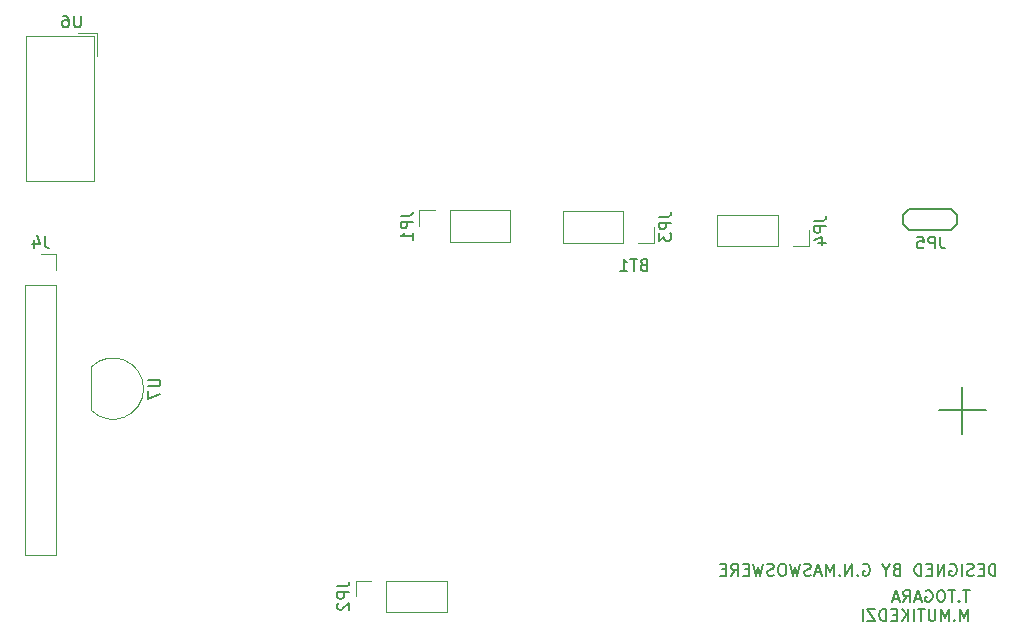
<source format=gbr>
%TF.GenerationSoftware,KiCad,Pcbnew,6.0.4-6f826c9f35~116~ubuntu21.10.1*%
%TF.CreationDate,2022-04-08T15:22:27+02:00*%
%TF.ProjectId,main,6d61696e-2e6b-4696-9361-645f70636258,rev?*%
%TF.SameCoordinates,Original*%
%TF.FileFunction,Legend,Bot*%
%TF.FilePolarity,Positive*%
%FSLAX46Y46*%
G04 Gerber Fmt 4.6, Leading zero omitted, Abs format (unit mm)*
G04 Created by KiCad (PCBNEW 6.0.4-6f826c9f35~116~ubuntu21.10.1) date 2022-04-08 15:22:27*
%MOMM*%
%LPD*%
G01*
G04 APERTURE LIST*
%ADD10C,0.150000*%
%ADD11C,0.120000*%
%ADD12C,0.200000*%
G04 APERTURE END LIST*
D10*
X168863690Y-110892380D02*
X168863690Y-109892380D01*
X168625595Y-109892380D01*
X168482738Y-109940000D01*
X168387500Y-110035238D01*
X168339880Y-110130476D01*
X168292261Y-110320952D01*
X168292261Y-110463809D01*
X168339880Y-110654285D01*
X168387500Y-110749523D01*
X168482738Y-110844761D01*
X168625595Y-110892380D01*
X168863690Y-110892380D01*
X167863690Y-110368571D02*
X167530357Y-110368571D01*
X167387500Y-110892380D02*
X167863690Y-110892380D01*
X167863690Y-109892380D01*
X167387500Y-109892380D01*
X167006547Y-110844761D02*
X166863690Y-110892380D01*
X166625595Y-110892380D01*
X166530357Y-110844761D01*
X166482738Y-110797142D01*
X166435119Y-110701904D01*
X166435119Y-110606666D01*
X166482738Y-110511428D01*
X166530357Y-110463809D01*
X166625595Y-110416190D01*
X166816071Y-110368571D01*
X166911309Y-110320952D01*
X166958928Y-110273333D01*
X167006547Y-110178095D01*
X167006547Y-110082857D01*
X166958928Y-109987619D01*
X166911309Y-109940000D01*
X166816071Y-109892380D01*
X166577976Y-109892380D01*
X166435119Y-109940000D01*
X166006547Y-110892380D02*
X166006547Y-109892380D01*
X165006547Y-109940000D02*
X165101785Y-109892380D01*
X165244642Y-109892380D01*
X165387500Y-109940000D01*
X165482738Y-110035238D01*
X165530357Y-110130476D01*
X165577976Y-110320952D01*
X165577976Y-110463809D01*
X165530357Y-110654285D01*
X165482738Y-110749523D01*
X165387500Y-110844761D01*
X165244642Y-110892380D01*
X165149404Y-110892380D01*
X165006547Y-110844761D01*
X164958928Y-110797142D01*
X164958928Y-110463809D01*
X165149404Y-110463809D01*
X164530357Y-110892380D02*
X164530357Y-109892380D01*
X163958928Y-110892380D01*
X163958928Y-109892380D01*
X163482738Y-110368571D02*
X163149404Y-110368571D01*
X163006547Y-110892380D02*
X163482738Y-110892380D01*
X163482738Y-109892380D01*
X163006547Y-109892380D01*
X162577976Y-110892380D02*
X162577976Y-109892380D01*
X162339880Y-109892380D01*
X162197023Y-109940000D01*
X162101785Y-110035238D01*
X162054166Y-110130476D01*
X162006547Y-110320952D01*
X162006547Y-110463809D01*
X162054166Y-110654285D01*
X162101785Y-110749523D01*
X162197023Y-110844761D01*
X162339880Y-110892380D01*
X162577976Y-110892380D01*
X160482738Y-110368571D02*
X160339880Y-110416190D01*
X160292261Y-110463809D01*
X160244642Y-110559047D01*
X160244642Y-110701904D01*
X160292261Y-110797142D01*
X160339880Y-110844761D01*
X160435119Y-110892380D01*
X160816071Y-110892380D01*
X160816071Y-109892380D01*
X160482738Y-109892380D01*
X160387500Y-109940000D01*
X160339880Y-109987619D01*
X160292261Y-110082857D01*
X160292261Y-110178095D01*
X160339880Y-110273333D01*
X160387500Y-110320952D01*
X160482738Y-110368571D01*
X160816071Y-110368571D01*
X159625595Y-110416190D02*
X159625595Y-110892380D01*
X159958928Y-109892380D02*
X159625595Y-110416190D01*
X159292261Y-109892380D01*
X157673214Y-109940000D02*
X157768452Y-109892380D01*
X157911309Y-109892380D01*
X158054166Y-109940000D01*
X158149404Y-110035238D01*
X158197023Y-110130476D01*
X158244642Y-110320952D01*
X158244642Y-110463809D01*
X158197023Y-110654285D01*
X158149404Y-110749523D01*
X158054166Y-110844761D01*
X157911309Y-110892380D01*
X157816071Y-110892380D01*
X157673214Y-110844761D01*
X157625595Y-110797142D01*
X157625595Y-110463809D01*
X157816071Y-110463809D01*
X157197023Y-110797142D02*
X157149404Y-110844761D01*
X157197023Y-110892380D01*
X157244642Y-110844761D01*
X157197023Y-110797142D01*
X157197023Y-110892380D01*
X156720833Y-110892380D02*
X156720833Y-109892380D01*
X156149404Y-110892380D01*
X156149404Y-109892380D01*
X155673214Y-110797142D02*
X155625595Y-110844761D01*
X155673214Y-110892380D01*
X155720833Y-110844761D01*
X155673214Y-110797142D01*
X155673214Y-110892380D01*
X155197023Y-110892380D02*
X155197023Y-109892380D01*
X154863690Y-110606666D01*
X154530357Y-109892380D01*
X154530357Y-110892380D01*
X154101785Y-110606666D02*
X153625595Y-110606666D01*
X154197023Y-110892380D02*
X153863690Y-109892380D01*
X153530357Y-110892380D01*
X153244642Y-110844761D02*
X153101785Y-110892380D01*
X152863690Y-110892380D01*
X152768452Y-110844761D01*
X152720833Y-110797142D01*
X152673214Y-110701904D01*
X152673214Y-110606666D01*
X152720833Y-110511428D01*
X152768452Y-110463809D01*
X152863690Y-110416190D01*
X153054166Y-110368571D01*
X153149404Y-110320952D01*
X153197023Y-110273333D01*
X153244642Y-110178095D01*
X153244642Y-110082857D01*
X153197023Y-109987619D01*
X153149404Y-109940000D01*
X153054166Y-109892380D01*
X152816071Y-109892380D01*
X152673214Y-109940000D01*
X152339880Y-109892380D02*
X152101785Y-110892380D01*
X151911309Y-110178095D01*
X151720833Y-110892380D01*
X151482738Y-109892380D01*
X150911309Y-109892380D02*
X150720833Y-109892380D01*
X150625595Y-109940000D01*
X150530357Y-110035238D01*
X150482738Y-110225714D01*
X150482738Y-110559047D01*
X150530357Y-110749523D01*
X150625595Y-110844761D01*
X150720833Y-110892380D01*
X150911309Y-110892380D01*
X151006547Y-110844761D01*
X151101785Y-110749523D01*
X151149404Y-110559047D01*
X151149404Y-110225714D01*
X151101785Y-110035238D01*
X151006547Y-109940000D01*
X150911309Y-109892380D01*
X150101785Y-110844761D02*
X149958928Y-110892380D01*
X149720833Y-110892380D01*
X149625595Y-110844761D01*
X149577976Y-110797142D01*
X149530357Y-110701904D01*
X149530357Y-110606666D01*
X149577976Y-110511428D01*
X149625595Y-110463809D01*
X149720833Y-110416190D01*
X149911309Y-110368571D01*
X150006547Y-110320952D01*
X150054166Y-110273333D01*
X150101785Y-110178095D01*
X150101785Y-110082857D01*
X150054166Y-109987619D01*
X150006547Y-109940000D01*
X149911309Y-109892380D01*
X149673214Y-109892380D01*
X149530357Y-109940000D01*
X149197023Y-109892380D02*
X148958928Y-110892380D01*
X148768452Y-110178095D01*
X148577976Y-110892380D01*
X148339880Y-109892380D01*
X147958928Y-110368571D02*
X147625595Y-110368571D01*
X147482738Y-110892380D02*
X147958928Y-110892380D01*
X147958928Y-109892380D01*
X147482738Y-109892380D01*
X146482738Y-110892380D02*
X146816071Y-110416190D01*
X147054166Y-110892380D02*
X147054166Y-109892380D01*
X146673214Y-109892380D01*
X146577976Y-109940000D01*
X146530357Y-109987619D01*
X146482738Y-110082857D01*
X146482738Y-110225714D01*
X146530357Y-110320952D01*
X146577976Y-110368571D01*
X146673214Y-110416190D01*
X147054166Y-110416190D01*
X146054166Y-110368571D02*
X145720833Y-110368571D01*
X145577976Y-110892380D02*
X146054166Y-110892380D01*
X146054166Y-109892380D01*
X145577976Y-109892380D01*
X166677261Y-112117380D02*
X166105833Y-112117380D01*
X166391547Y-113117380D02*
X166391547Y-112117380D01*
X165772500Y-113022142D02*
X165724880Y-113069761D01*
X165772500Y-113117380D01*
X165820119Y-113069761D01*
X165772500Y-113022142D01*
X165772500Y-113117380D01*
X165439166Y-112117380D02*
X164867738Y-112117380D01*
X165153452Y-113117380D02*
X165153452Y-112117380D01*
X164343928Y-112117380D02*
X164153452Y-112117380D01*
X164058214Y-112165000D01*
X163962976Y-112260238D01*
X163915357Y-112450714D01*
X163915357Y-112784047D01*
X163962976Y-112974523D01*
X164058214Y-113069761D01*
X164153452Y-113117380D01*
X164343928Y-113117380D01*
X164439166Y-113069761D01*
X164534404Y-112974523D01*
X164582023Y-112784047D01*
X164582023Y-112450714D01*
X164534404Y-112260238D01*
X164439166Y-112165000D01*
X164343928Y-112117380D01*
X162962976Y-112165000D02*
X163058214Y-112117380D01*
X163201071Y-112117380D01*
X163343928Y-112165000D01*
X163439166Y-112260238D01*
X163486785Y-112355476D01*
X163534404Y-112545952D01*
X163534404Y-112688809D01*
X163486785Y-112879285D01*
X163439166Y-112974523D01*
X163343928Y-113069761D01*
X163201071Y-113117380D01*
X163105833Y-113117380D01*
X162962976Y-113069761D01*
X162915357Y-113022142D01*
X162915357Y-112688809D01*
X163105833Y-112688809D01*
X162534404Y-112831666D02*
X162058214Y-112831666D01*
X162629642Y-113117380D02*
X162296309Y-112117380D01*
X161962976Y-113117380D01*
X161058214Y-113117380D02*
X161391547Y-112641190D01*
X161629642Y-113117380D02*
X161629642Y-112117380D01*
X161248690Y-112117380D01*
X161153452Y-112165000D01*
X161105833Y-112212619D01*
X161058214Y-112307857D01*
X161058214Y-112450714D01*
X161105833Y-112545952D01*
X161153452Y-112593571D01*
X161248690Y-112641190D01*
X161629642Y-112641190D01*
X160677261Y-112831666D02*
X160201071Y-112831666D01*
X160772500Y-113117380D02*
X160439166Y-112117380D01*
X160105833Y-113117380D01*
X166534404Y-114727380D02*
X166534404Y-113727380D01*
X166201071Y-114441666D01*
X165867738Y-113727380D01*
X165867738Y-114727380D01*
X165391547Y-114632142D02*
X165343928Y-114679761D01*
X165391547Y-114727380D01*
X165439166Y-114679761D01*
X165391547Y-114632142D01*
X165391547Y-114727380D01*
X164915357Y-114727380D02*
X164915357Y-113727380D01*
X164582023Y-114441666D01*
X164248690Y-113727380D01*
X164248690Y-114727380D01*
X163772500Y-113727380D02*
X163772500Y-114536904D01*
X163724880Y-114632142D01*
X163677261Y-114679761D01*
X163582023Y-114727380D01*
X163391547Y-114727380D01*
X163296309Y-114679761D01*
X163248690Y-114632142D01*
X163201071Y-114536904D01*
X163201071Y-113727380D01*
X162867738Y-113727380D02*
X162296309Y-113727380D01*
X162582023Y-114727380D02*
X162582023Y-113727380D01*
X161962976Y-114727380D02*
X161962976Y-113727380D01*
X161486785Y-114727380D02*
X161486785Y-113727380D01*
X160915357Y-114727380D02*
X161343928Y-114155952D01*
X160915357Y-113727380D02*
X161486785Y-114298809D01*
X160486785Y-114203571D02*
X160153452Y-114203571D01*
X160010595Y-114727380D02*
X160486785Y-114727380D01*
X160486785Y-113727380D01*
X160010595Y-113727380D01*
X159582023Y-114727380D02*
X159582023Y-113727380D01*
X159343928Y-113727380D01*
X159201071Y-113775000D01*
X159105833Y-113870238D01*
X159058214Y-113965476D01*
X159010595Y-114155952D01*
X159010595Y-114298809D01*
X159058214Y-114489285D01*
X159105833Y-114584523D01*
X159201071Y-114679761D01*
X159343928Y-114727380D01*
X159582023Y-114727380D01*
X158677261Y-113727380D02*
X158010595Y-113727380D01*
X158677261Y-114727380D01*
X158010595Y-114727380D01*
X157629642Y-114727380D02*
X157629642Y-113727380D01*
%TO.C,J4*%
X88363333Y-82117380D02*
X88363333Y-82831666D01*
X88410952Y-82974523D01*
X88506190Y-83069761D01*
X88649047Y-83117380D01*
X88744285Y-83117380D01*
X87458571Y-82450714D02*
X87458571Y-83117380D01*
X87696666Y-82069761D02*
X87934761Y-82784047D01*
X87315714Y-82784047D01*
%TO.C,JP5*%
X164203333Y-82192380D02*
X164203333Y-82906666D01*
X164250952Y-83049523D01*
X164346190Y-83144761D01*
X164489047Y-83192380D01*
X164584285Y-83192380D01*
X163727142Y-83192380D02*
X163727142Y-82192380D01*
X163346190Y-82192380D01*
X163250952Y-82240000D01*
X163203333Y-82287619D01*
X163155714Y-82382857D01*
X163155714Y-82525714D01*
X163203333Y-82620952D01*
X163250952Y-82668571D01*
X163346190Y-82716190D01*
X163727142Y-82716190D01*
X162250952Y-82192380D02*
X162727142Y-82192380D01*
X162774761Y-82668571D01*
X162727142Y-82620952D01*
X162631904Y-82573333D01*
X162393809Y-82573333D01*
X162298571Y-82620952D01*
X162250952Y-82668571D01*
X162203333Y-82763809D01*
X162203333Y-83001904D01*
X162250952Y-83097142D01*
X162298571Y-83144761D01*
X162393809Y-83192380D01*
X162631904Y-83192380D01*
X162727142Y-83144761D01*
X162774761Y-83097142D01*
%TO.C,JP1*%
X118507380Y-80446666D02*
X119221666Y-80446666D01*
X119364523Y-80399047D01*
X119459761Y-80303809D01*
X119507380Y-80160952D01*
X119507380Y-80065714D01*
X119507380Y-80922857D02*
X118507380Y-80922857D01*
X118507380Y-81303809D01*
X118555000Y-81399047D01*
X118602619Y-81446666D01*
X118697857Y-81494285D01*
X118840714Y-81494285D01*
X118935952Y-81446666D01*
X118983571Y-81399047D01*
X119031190Y-81303809D01*
X119031190Y-80922857D01*
X119507380Y-82446666D02*
X119507380Y-81875238D01*
X119507380Y-82160952D02*
X118507380Y-82160952D01*
X118650238Y-82065714D01*
X118745476Y-81970476D01*
X118793095Y-81875238D01*
%TO.C,U6*%
X91419404Y-63479880D02*
X91419404Y-64289404D01*
X91371785Y-64384642D01*
X91324166Y-64432261D01*
X91228928Y-64479880D01*
X91038452Y-64479880D01*
X90943214Y-64432261D01*
X90895595Y-64384642D01*
X90847976Y-64289404D01*
X90847976Y-63479880D01*
X89943214Y-63479880D02*
X90133690Y-63479880D01*
X90228928Y-63527500D01*
X90276547Y-63575119D01*
X90371785Y-63717976D01*
X90419404Y-63908452D01*
X90419404Y-64289404D01*
X90371785Y-64384642D01*
X90324166Y-64432261D01*
X90228928Y-64479880D01*
X90038452Y-64479880D01*
X89943214Y-64432261D01*
X89895595Y-64384642D01*
X89847976Y-64289404D01*
X89847976Y-64051309D01*
X89895595Y-63956071D01*
X89943214Y-63908452D01*
X90038452Y-63860833D01*
X90228928Y-63860833D01*
X90324166Y-63908452D01*
X90371785Y-63956071D01*
X90419404Y-64051309D01*
%TO.C,U7*%
X97152380Y-94298095D02*
X97961904Y-94298095D01*
X98057142Y-94345714D01*
X98104761Y-94393333D01*
X98152380Y-94488571D01*
X98152380Y-94679047D01*
X98104761Y-94774285D01*
X98057142Y-94821904D01*
X97961904Y-94869523D01*
X97152380Y-94869523D01*
X97152380Y-95250476D02*
X97152380Y-95917142D01*
X98152380Y-95488571D01*
%TO.C,JP3*%
X140407380Y-80526666D02*
X141121666Y-80526666D01*
X141264523Y-80479047D01*
X141359761Y-80383809D01*
X141407380Y-80240952D01*
X141407380Y-80145714D01*
X141407380Y-81002857D02*
X140407380Y-81002857D01*
X140407380Y-81383809D01*
X140455000Y-81479047D01*
X140502619Y-81526666D01*
X140597857Y-81574285D01*
X140740714Y-81574285D01*
X140835952Y-81526666D01*
X140883571Y-81479047D01*
X140931190Y-81383809D01*
X140931190Y-81002857D01*
X140407380Y-81907619D02*
X140407380Y-82526666D01*
X140788333Y-82193333D01*
X140788333Y-82336190D01*
X140835952Y-82431428D01*
X140883571Y-82479047D01*
X140978809Y-82526666D01*
X141216904Y-82526666D01*
X141312142Y-82479047D01*
X141359761Y-82431428D01*
X141407380Y-82336190D01*
X141407380Y-82050476D01*
X141359761Y-81955238D01*
X141312142Y-81907619D01*
%TO.C,BT1*%
X139055714Y-84558571D02*
X138912857Y-84606190D01*
X138865238Y-84653809D01*
X138817619Y-84749047D01*
X138817619Y-84891904D01*
X138865238Y-84987142D01*
X138912857Y-85034761D01*
X139008095Y-85082380D01*
X139389047Y-85082380D01*
X139389047Y-84082380D01*
X139055714Y-84082380D01*
X138960476Y-84130000D01*
X138912857Y-84177619D01*
X138865238Y-84272857D01*
X138865238Y-84368095D01*
X138912857Y-84463333D01*
X138960476Y-84510952D01*
X139055714Y-84558571D01*
X139389047Y-84558571D01*
X138531904Y-84082380D02*
X137960476Y-84082380D01*
X138246190Y-85082380D02*
X138246190Y-84082380D01*
X137103333Y-85082380D02*
X137674761Y-85082380D01*
X137389047Y-85082380D02*
X137389047Y-84082380D01*
X137484285Y-84225238D01*
X137579523Y-84320476D01*
X137674761Y-84368095D01*
%TO.C,JP2*%
X113142380Y-111806666D02*
X113856666Y-111806666D01*
X113999523Y-111759047D01*
X114094761Y-111663809D01*
X114142380Y-111520952D01*
X114142380Y-111425714D01*
X114142380Y-112282857D02*
X113142380Y-112282857D01*
X113142380Y-112663809D01*
X113190000Y-112759047D01*
X113237619Y-112806666D01*
X113332857Y-112854285D01*
X113475714Y-112854285D01*
X113570952Y-112806666D01*
X113618571Y-112759047D01*
X113666190Y-112663809D01*
X113666190Y-112282857D01*
X113237619Y-113235238D02*
X113190000Y-113282857D01*
X113142380Y-113378095D01*
X113142380Y-113616190D01*
X113190000Y-113711428D01*
X113237619Y-113759047D01*
X113332857Y-113806666D01*
X113428095Y-113806666D01*
X113570952Y-113759047D01*
X114142380Y-113187619D01*
X114142380Y-113806666D01*
%TO.C,JP4*%
X153522380Y-80826666D02*
X154236666Y-80826666D01*
X154379523Y-80779047D01*
X154474761Y-80683809D01*
X154522380Y-80540952D01*
X154522380Y-80445714D01*
X154522380Y-81302857D02*
X153522380Y-81302857D01*
X153522380Y-81683809D01*
X153570000Y-81779047D01*
X153617619Y-81826666D01*
X153712857Y-81874285D01*
X153855714Y-81874285D01*
X153950952Y-81826666D01*
X153998571Y-81779047D01*
X154046190Y-81683809D01*
X154046190Y-81302857D01*
X153855714Y-82731428D02*
X154522380Y-82731428D01*
X153474761Y-82493333D02*
X154189047Y-82255238D01*
X154189047Y-82874285D01*
D11*
%TO.C,J4*%
X86700000Y-86265000D02*
X86700000Y-109185000D01*
X89360000Y-109185000D02*
X86700000Y-109185000D01*
X89360000Y-83665000D02*
X88030000Y-83665000D01*
X89360000Y-86265000D02*
X86700000Y-86265000D01*
X89360000Y-84995000D02*
X89360000Y-83665000D01*
X89360000Y-86265000D02*
X89360000Y-109185000D01*
D10*
%TO.C,JP5*%
X161540000Y-81640000D02*
X165140000Y-81640000D01*
X165140000Y-81640000D02*
X165640000Y-81140000D01*
X161040000Y-81140000D02*
X161540000Y-81640000D01*
X161040000Y-80340000D02*
X161040000Y-81140000D01*
X165140000Y-79840000D02*
X161540000Y-79840000D01*
X165640000Y-81140000D02*
X165640000Y-80340000D01*
X161540000Y-79840000D02*
X161040000Y-80340000D01*
X165640000Y-80340000D02*
X165140000Y-79840000D01*
D11*
%TO.C,JP1*%
X120055000Y-79950000D02*
X120055000Y-81280000D01*
X122655000Y-79950000D02*
X122655000Y-82610000D01*
X122655000Y-82610000D02*
X127795000Y-82610000D01*
X121385000Y-79950000D02*
X120055000Y-79950000D01*
X122655000Y-79950000D02*
X127795000Y-79950000D01*
X127795000Y-79950000D02*
X127795000Y-82610000D01*
%TO.C,U6*%
X92817500Y-64927500D02*
X91207500Y-64927500D01*
X92537500Y-77467500D02*
X92537500Y-65217500D01*
X92527500Y-65207500D02*
X86787500Y-65207500D01*
X86777500Y-77467500D02*
X92537500Y-77467500D01*
X92817500Y-64927500D02*
X92817500Y-66927500D01*
X86777500Y-65207500D02*
X86777500Y-77467500D01*
%TO.C,U7*%
X92290000Y-96860000D02*
X92290000Y-93260000D01*
X96740001Y-95060000D02*
G75*
G03*
X92301522Y-93221522I-2600001J0D01*
G01*
X92301522Y-96898478D02*
G75*
G03*
X96740000Y-95060000I1838478J1838478D01*
G01*
%TO.C,JP3*%
X132215000Y-82690000D02*
X132215000Y-80030000D01*
X137355000Y-80030000D02*
X132215000Y-80030000D01*
X137355000Y-82690000D02*
X137355000Y-80030000D01*
X137355000Y-82690000D02*
X132215000Y-82690000D01*
X138625000Y-82690000D02*
X139955000Y-82690000D01*
X139955000Y-82690000D02*
X139955000Y-81360000D01*
D12*
%TO.C,BT1*%
X166070000Y-98930000D02*
X166070000Y-94930000D01*
X164070000Y-96830000D02*
X168070000Y-96830000D01*
D11*
%TO.C,JP2*%
X122430000Y-111310000D02*
X122430000Y-113970000D01*
X117290000Y-113970000D02*
X122430000Y-113970000D01*
X117290000Y-111310000D02*
X122430000Y-111310000D01*
X116020000Y-111310000D02*
X114690000Y-111310000D01*
X114690000Y-111310000D02*
X114690000Y-112640000D01*
X117290000Y-111310000D02*
X117290000Y-113970000D01*
%TO.C,JP4*%
X145330000Y-82990000D02*
X145330000Y-80330000D01*
X150470000Y-82990000D02*
X145330000Y-82990000D01*
X150470000Y-80330000D02*
X145330000Y-80330000D01*
X151740000Y-82990000D02*
X153070000Y-82990000D01*
X153070000Y-82990000D02*
X153070000Y-81660000D01*
X150470000Y-82990000D02*
X150470000Y-80330000D01*
%TD*%
M02*

</source>
